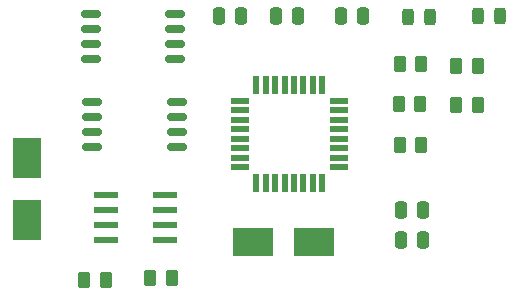
<source format=gbr>
%TF.GenerationSoftware,KiCad,Pcbnew,9.0.1*%
%TF.CreationDate,2025-07-02T13:22:08+05:30*%
%TF.ProjectId,4. MCU data logger,342e204d-4355-4206-9461-7461206c6f67,1*%
%TF.SameCoordinates,Original*%
%TF.FileFunction,Paste,Top*%
%TF.FilePolarity,Positive*%
%FSLAX46Y46*%
G04 Gerber Fmt 4.6, Leading zero omitted, Abs format (unit mm)*
G04 Created by KiCad (PCBNEW 9.0.1) date 2025-07-02 13:22:08*
%MOMM*%
%LPD*%
G01*
G04 APERTURE LIST*
G04 Aperture macros list*
%AMRoundRect*
0 Rectangle with rounded corners*
0 $1 Rounding radius*
0 $2 $3 $4 $5 $6 $7 $8 $9 X,Y pos of 4 corners*
0 Add a 4 corners polygon primitive as box body*
4,1,4,$2,$3,$4,$5,$6,$7,$8,$9,$2,$3,0*
0 Add four circle primitives for the rounded corners*
1,1,$1+$1,$2,$3*
1,1,$1+$1,$4,$5*
1,1,$1+$1,$6,$7*
1,1,$1+$1,$8,$9*
0 Add four rect primitives between the rounded corners*
20,1,$1+$1,$2,$3,$4,$5,0*
20,1,$1+$1,$4,$5,$6,$7,0*
20,1,$1+$1,$6,$7,$8,$9,0*
20,1,$1+$1,$8,$9,$2,$3,0*%
G04 Aperture macros list end*
%ADD10RoundRect,0.243750X-0.243750X-0.456250X0.243750X-0.456250X0.243750X0.456250X-0.243750X0.456250X0*%
%ADD11RoundRect,0.162500X-0.650000X-0.162500X0.650000X-0.162500X0.650000X0.162500X-0.650000X0.162500X0*%
%ADD12RoundRect,0.068750X-0.666250X-0.206250X0.666250X-0.206250X0.666250X0.206250X-0.666250X0.206250X0*%
%ADD13RoundRect,0.068750X-0.206250X-0.666250X0.206250X-0.666250X0.206250X0.666250X-0.206250X0.666250X0*%
%ADD14RoundRect,0.250000X-0.250000X-0.475000X0.250000X-0.475000X0.250000X0.475000X-0.250000X0.475000X0*%
%ADD15RoundRect,0.250000X0.250000X0.475000X-0.250000X0.475000X-0.250000X-0.475000X0.250000X-0.475000X0*%
%ADD16RoundRect,0.250000X-0.262500X-0.450000X0.262500X-0.450000X0.262500X0.450000X-0.262500X0.450000X0*%
%ADD17RoundRect,0.250000X0.262500X0.450000X-0.262500X0.450000X-0.262500X-0.450000X0.262500X-0.450000X0*%
%ADD18R,2.400000X3.500000*%
%ADD19RoundRect,0.073750X-0.911250X-0.221250X0.911250X-0.221250X0.911250X0.221250X-0.911250X0.221250X0*%
%ADD20R,3.500000X2.400000*%
G04 APERTURE END LIST*
D10*
%TO.C,D2*%
X80416400Y-61315600D03*
X82291400Y-61315600D03*
%TD*%
D11*
%TO.C,U1*%
X53632600Y-68478400D03*
X53632600Y-69748400D03*
X53632600Y-71018400D03*
X53632600Y-72288400D03*
X60807600Y-72288400D03*
X60807600Y-71018400D03*
X60807600Y-69748400D03*
X60807600Y-68478400D03*
%TD*%
D12*
%TO.C,U4*%
X66188000Y-68421600D03*
X66188000Y-69221600D03*
X66188000Y-70021600D03*
X66188000Y-70821600D03*
X66188000Y-71621600D03*
X66188000Y-72421600D03*
X66188000Y-73221600D03*
X66188000Y-74021600D03*
D13*
X67558000Y-75391600D03*
X68358000Y-75391600D03*
X69158000Y-75391600D03*
X69958000Y-75391600D03*
X70758000Y-75391600D03*
X71558000Y-75391600D03*
X72358000Y-75391600D03*
X73158000Y-75391600D03*
D12*
X74528000Y-74021600D03*
X74528000Y-73221600D03*
X74528000Y-72421600D03*
X74528000Y-71621600D03*
X74528000Y-70821600D03*
X74528000Y-70021600D03*
X74528000Y-69221600D03*
X74528000Y-68421600D03*
D13*
X73158000Y-67051600D03*
X72358000Y-67051600D03*
X71558000Y-67051600D03*
X70758000Y-67051600D03*
X69958000Y-67051600D03*
X69158000Y-67051600D03*
X68358000Y-67051600D03*
X67558000Y-67051600D03*
%TD*%
D10*
%TO.C,D1*%
X86336900Y-61214000D03*
X88211900Y-61214000D03*
%TD*%
D14*
%TO.C,C2*%
X79786400Y-80213200D03*
X81686400Y-80213200D03*
%TD*%
D11*
%TO.C,U2*%
X53531000Y-61061600D03*
X53531000Y-62331600D03*
X53531000Y-63601600D03*
X53531000Y-64871600D03*
X60706000Y-64871600D03*
X60706000Y-63601600D03*
X60706000Y-62331600D03*
X60706000Y-61061600D03*
%TD*%
D15*
%TO.C,C5*%
X76591200Y-61264800D03*
X74691200Y-61264800D03*
%TD*%
D16*
%TO.C,R4*%
X79709000Y-72186800D03*
X81534000Y-72186800D03*
%TD*%
%TO.C,R5*%
X84484200Y-68732400D03*
X86309200Y-68732400D03*
%TD*%
D17*
%TO.C,R7*%
X81534000Y-65328800D03*
X79709000Y-65328800D03*
%TD*%
D16*
%TO.C,R6*%
X84482300Y-65430400D03*
X86307300Y-65430400D03*
%TD*%
D18*
%TO.C,Y1*%
X48107600Y-78486000D03*
X48107600Y-73286000D03*
%TD*%
D14*
%TO.C,C4*%
X79771200Y-77622400D03*
X81671200Y-77622400D03*
%TD*%
D19*
%TO.C,U5*%
X54878200Y-76428600D03*
X54878200Y-77698600D03*
X54878200Y-78968600D03*
X54878200Y-80238600D03*
X59828200Y-80238600D03*
X59828200Y-78968600D03*
X59828200Y-77698600D03*
X59828200Y-76428600D03*
%TD*%
D14*
%TO.C,C1*%
X64394000Y-61214000D03*
X66294000Y-61214000D03*
%TD*%
D16*
%TO.C,R2*%
X58574300Y-83413600D03*
X60399300Y-83413600D03*
%TD*%
D14*
%TO.C,C3*%
X69204800Y-61214000D03*
X71104800Y-61214000D03*
%TD*%
D20*
%TO.C,Y2*%
X72450000Y-80365600D03*
X67250000Y-80365600D03*
%TD*%
D16*
%TO.C,R3*%
X79607400Y-68681600D03*
X81432400Y-68681600D03*
%TD*%
D17*
%TO.C,R1*%
X54811300Y-83566000D03*
X52986300Y-83566000D03*
%TD*%
M02*

</source>
